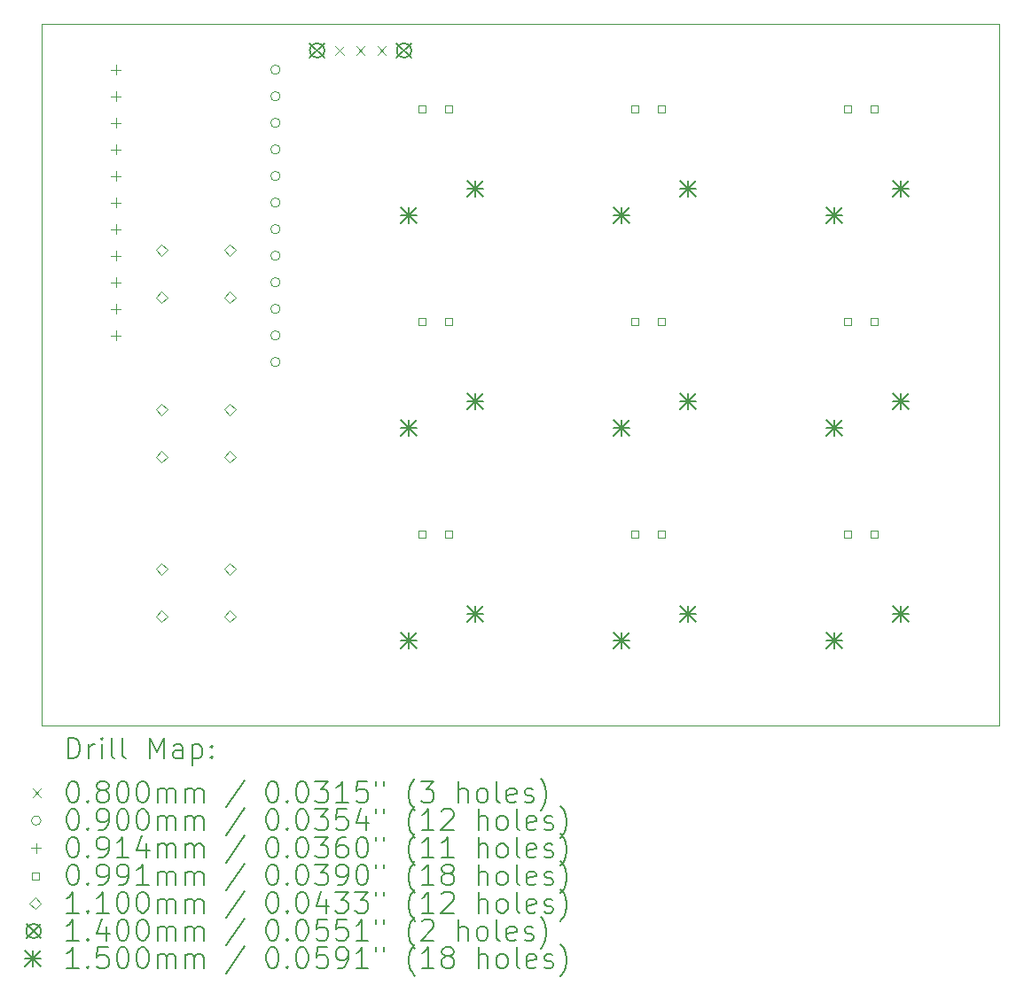
<source format=gbr>
%TF.GenerationSoftware,KiCad,Pcbnew,(6.0.7-1)-1*%
%TF.CreationDate,2022-08-28T23:25:30-04:00*%
%TF.ProjectId,Macro_Keyboard,4d616372-6f5f-44b6-9579-626f6172642e,1*%
%TF.SameCoordinates,Original*%
%TF.FileFunction,Drillmap*%
%TF.FilePolarity,Positive*%
%FSLAX45Y45*%
G04 Gerber Fmt 4.5, Leading zero omitted, Abs format (unit mm)*
G04 Created by KiCad (PCBNEW (6.0.7-1)-1) date 2022-08-28 23:25:30*
%MOMM*%
%LPD*%
G01*
G04 APERTURE LIST*
%ADD10C,0.100000*%
%ADD11C,0.200000*%
%ADD12C,0.080000*%
%ADD13C,0.090000*%
%ADD14C,0.091440*%
%ADD15C,0.099060*%
%ADD16C,0.110000*%
%ADD17C,0.140000*%
%ADD18C,0.150000*%
G04 APERTURE END LIST*
D10*
X3606800Y-2235200D02*
X12750800Y-2235200D01*
X12750800Y-2235200D02*
X12750800Y-8940800D01*
X12750800Y-8940800D02*
X3606800Y-8940800D01*
X3606800Y-8940800D02*
X3606800Y-2235200D01*
D11*
D12*
X6414800Y-2449200D02*
X6494800Y-2529200D01*
X6494800Y-2449200D02*
X6414800Y-2529200D01*
X6614800Y-2449200D02*
X6694800Y-2529200D01*
X6694800Y-2449200D02*
X6614800Y-2529200D01*
X6814800Y-2449200D02*
X6894800Y-2529200D01*
X6894800Y-2449200D02*
X6814800Y-2529200D01*
D13*
X5887000Y-2673364D02*
G75*
G03*
X5887000Y-2673364I-45000J0D01*
G01*
X5887000Y-2927364D02*
G75*
G03*
X5887000Y-2927364I-45000J0D01*
G01*
X5887000Y-3181364D02*
G75*
G03*
X5887000Y-3181364I-45000J0D01*
G01*
X5887000Y-3435364D02*
G75*
G03*
X5887000Y-3435364I-45000J0D01*
G01*
X5887000Y-3689364D02*
G75*
G03*
X5887000Y-3689364I-45000J0D01*
G01*
X5887000Y-3943364D02*
G75*
G03*
X5887000Y-3943364I-45000J0D01*
G01*
X5887000Y-4197364D02*
G75*
G03*
X5887000Y-4197364I-45000J0D01*
G01*
X5887000Y-4451364D02*
G75*
G03*
X5887000Y-4451364I-45000J0D01*
G01*
X5887000Y-4705364D02*
G75*
G03*
X5887000Y-4705364I-45000J0D01*
G01*
X5887000Y-4959364D02*
G75*
G03*
X5887000Y-4959364I-45000J0D01*
G01*
X5887000Y-5213364D02*
G75*
G03*
X5887000Y-5213364I-45000J0D01*
G01*
X5887000Y-5467364D02*
G75*
G03*
X5887000Y-5467364I-45000J0D01*
G01*
D14*
X4318000Y-2627644D02*
X4318000Y-2719084D01*
X4272280Y-2673364D02*
X4363720Y-2673364D01*
X4318000Y-2881644D02*
X4318000Y-2973084D01*
X4272280Y-2927364D02*
X4363720Y-2927364D01*
X4318000Y-3135644D02*
X4318000Y-3227084D01*
X4272280Y-3181364D02*
X4363720Y-3181364D01*
X4318000Y-3389644D02*
X4318000Y-3481084D01*
X4272280Y-3435364D02*
X4363720Y-3435364D01*
X4318000Y-3643644D02*
X4318000Y-3735084D01*
X4272280Y-3689364D02*
X4363720Y-3689364D01*
X4318000Y-3897644D02*
X4318000Y-3989084D01*
X4272280Y-3943364D02*
X4363720Y-3943364D01*
X4318000Y-4151644D02*
X4318000Y-4243084D01*
X4272280Y-4197364D02*
X4363720Y-4197364D01*
X4318000Y-4405644D02*
X4318000Y-4497084D01*
X4272280Y-4451364D02*
X4363720Y-4451364D01*
X4318000Y-4659644D02*
X4318000Y-4751084D01*
X4272280Y-4705364D02*
X4363720Y-4705364D01*
X4318000Y-4913644D02*
X4318000Y-5005084D01*
X4272280Y-4959364D02*
X4363720Y-4959364D01*
X4318000Y-5167644D02*
X4318000Y-5259084D01*
X4272280Y-5213364D02*
X4363720Y-5213364D01*
D15*
X7274023Y-3083023D02*
X7274023Y-3012977D01*
X7203977Y-3012977D01*
X7203977Y-3083023D01*
X7274023Y-3083023D01*
X7274023Y-5115023D02*
X7274023Y-5044977D01*
X7203977Y-5044977D01*
X7203977Y-5115023D01*
X7274023Y-5115023D01*
X7274023Y-7147023D02*
X7274023Y-7076977D01*
X7203977Y-7076977D01*
X7203977Y-7147023D01*
X7274023Y-7147023D01*
X7528023Y-3083023D02*
X7528023Y-3012977D01*
X7457977Y-3012977D01*
X7457977Y-3083023D01*
X7528023Y-3083023D01*
X7528023Y-5115023D02*
X7528023Y-5044977D01*
X7457977Y-5044977D01*
X7457977Y-5115023D01*
X7528023Y-5115023D01*
X7528023Y-7147023D02*
X7528023Y-7076977D01*
X7457977Y-7076977D01*
X7457977Y-7147023D01*
X7528023Y-7147023D01*
X9306023Y-3083023D02*
X9306023Y-3012977D01*
X9235977Y-3012977D01*
X9235977Y-3083023D01*
X9306023Y-3083023D01*
X9306023Y-5115023D02*
X9306023Y-5044977D01*
X9235977Y-5044977D01*
X9235977Y-5115023D01*
X9306023Y-5115023D01*
X9306023Y-7147023D02*
X9306023Y-7076977D01*
X9235977Y-7076977D01*
X9235977Y-7147023D01*
X9306023Y-7147023D01*
X9560023Y-3083023D02*
X9560023Y-3012977D01*
X9489977Y-3012977D01*
X9489977Y-3083023D01*
X9560023Y-3083023D01*
X9560023Y-5115023D02*
X9560023Y-5044977D01*
X9489977Y-5044977D01*
X9489977Y-5115023D01*
X9560023Y-5115023D01*
X9560023Y-7147023D02*
X9560023Y-7076977D01*
X9489977Y-7076977D01*
X9489977Y-7147023D01*
X9560023Y-7147023D01*
X11338023Y-3083023D02*
X11338023Y-3012977D01*
X11267977Y-3012977D01*
X11267977Y-3083023D01*
X11338023Y-3083023D01*
X11338023Y-5115023D02*
X11338023Y-5044977D01*
X11267977Y-5044977D01*
X11267977Y-5115023D01*
X11338023Y-5115023D01*
X11338023Y-7147023D02*
X11338023Y-7076977D01*
X11267977Y-7076977D01*
X11267977Y-7147023D01*
X11338023Y-7147023D01*
X11592023Y-3083023D02*
X11592023Y-3012977D01*
X11521977Y-3012977D01*
X11521977Y-3083023D01*
X11592023Y-3083023D01*
X11592023Y-5115023D02*
X11592023Y-5044977D01*
X11521977Y-5044977D01*
X11521977Y-5115023D01*
X11592023Y-5115023D01*
X11592023Y-7147023D02*
X11592023Y-7076977D01*
X11521977Y-7076977D01*
X11521977Y-7147023D01*
X11592023Y-7147023D01*
D16*
X4755000Y-4452800D02*
X4810000Y-4397800D01*
X4755000Y-4342800D01*
X4700000Y-4397800D01*
X4755000Y-4452800D01*
X4755000Y-4902800D02*
X4810000Y-4847800D01*
X4755000Y-4792800D01*
X4700000Y-4847800D01*
X4755000Y-4902800D01*
X4755000Y-5976800D02*
X4810000Y-5921800D01*
X4755000Y-5866800D01*
X4700000Y-5921800D01*
X4755000Y-5976800D01*
X4755000Y-6426800D02*
X4810000Y-6371800D01*
X4755000Y-6316800D01*
X4700000Y-6371800D01*
X4755000Y-6426800D01*
X4755000Y-7500800D02*
X4810000Y-7445800D01*
X4755000Y-7390800D01*
X4700000Y-7445800D01*
X4755000Y-7500800D01*
X4755000Y-7950800D02*
X4810000Y-7895800D01*
X4755000Y-7840800D01*
X4700000Y-7895800D01*
X4755000Y-7950800D01*
X5405000Y-4452800D02*
X5460000Y-4397800D01*
X5405000Y-4342800D01*
X5350000Y-4397800D01*
X5405000Y-4452800D01*
X5405000Y-4902800D02*
X5460000Y-4847800D01*
X5405000Y-4792800D01*
X5350000Y-4847800D01*
X5405000Y-4902800D01*
X5405000Y-5976800D02*
X5460000Y-5921800D01*
X5405000Y-5866800D01*
X5350000Y-5921800D01*
X5405000Y-5976800D01*
X5405000Y-6426800D02*
X5460000Y-6371800D01*
X5405000Y-6316800D01*
X5350000Y-6371800D01*
X5405000Y-6426800D01*
X5405000Y-7500800D02*
X5460000Y-7445800D01*
X5405000Y-7390800D01*
X5350000Y-7445800D01*
X5405000Y-7500800D01*
X5405000Y-7950800D02*
X5460000Y-7895800D01*
X5405000Y-7840800D01*
X5350000Y-7895800D01*
X5405000Y-7950800D01*
D17*
X6169800Y-2419200D02*
X6309800Y-2559200D01*
X6309800Y-2419200D02*
X6169800Y-2559200D01*
X6309800Y-2489200D02*
G75*
G03*
X6309800Y-2489200I-70000J0D01*
G01*
X6999800Y-2419200D02*
X7139800Y-2559200D01*
X7139800Y-2419200D02*
X6999800Y-2559200D01*
X7139800Y-2489200D02*
G75*
G03*
X7139800Y-2489200I-70000J0D01*
G01*
D18*
X7037000Y-3989000D02*
X7187000Y-4139000D01*
X7187000Y-3989000D02*
X7037000Y-4139000D01*
X7112000Y-3989000D02*
X7112000Y-4139000D01*
X7037000Y-4064000D02*
X7187000Y-4064000D01*
X7037000Y-6021000D02*
X7187000Y-6171000D01*
X7187000Y-6021000D02*
X7037000Y-6171000D01*
X7112000Y-6021000D02*
X7112000Y-6171000D01*
X7037000Y-6096000D02*
X7187000Y-6096000D01*
X7037000Y-8053000D02*
X7187000Y-8203000D01*
X7187000Y-8053000D02*
X7037000Y-8203000D01*
X7112000Y-8053000D02*
X7112000Y-8203000D01*
X7037000Y-8128000D02*
X7187000Y-8128000D01*
X7672000Y-3735000D02*
X7822000Y-3885000D01*
X7822000Y-3735000D02*
X7672000Y-3885000D01*
X7747000Y-3735000D02*
X7747000Y-3885000D01*
X7672000Y-3810000D02*
X7822000Y-3810000D01*
X7672000Y-5767000D02*
X7822000Y-5917000D01*
X7822000Y-5767000D02*
X7672000Y-5917000D01*
X7747000Y-5767000D02*
X7747000Y-5917000D01*
X7672000Y-5842000D02*
X7822000Y-5842000D01*
X7672000Y-7799000D02*
X7822000Y-7949000D01*
X7822000Y-7799000D02*
X7672000Y-7949000D01*
X7747000Y-7799000D02*
X7747000Y-7949000D01*
X7672000Y-7874000D02*
X7822000Y-7874000D01*
X9069000Y-3989000D02*
X9219000Y-4139000D01*
X9219000Y-3989000D02*
X9069000Y-4139000D01*
X9144000Y-3989000D02*
X9144000Y-4139000D01*
X9069000Y-4064000D02*
X9219000Y-4064000D01*
X9069000Y-6021000D02*
X9219000Y-6171000D01*
X9219000Y-6021000D02*
X9069000Y-6171000D01*
X9144000Y-6021000D02*
X9144000Y-6171000D01*
X9069000Y-6096000D02*
X9219000Y-6096000D01*
X9069000Y-8053000D02*
X9219000Y-8203000D01*
X9219000Y-8053000D02*
X9069000Y-8203000D01*
X9144000Y-8053000D02*
X9144000Y-8203000D01*
X9069000Y-8128000D02*
X9219000Y-8128000D01*
X9704000Y-3735000D02*
X9854000Y-3885000D01*
X9854000Y-3735000D02*
X9704000Y-3885000D01*
X9779000Y-3735000D02*
X9779000Y-3885000D01*
X9704000Y-3810000D02*
X9854000Y-3810000D01*
X9704000Y-5767000D02*
X9854000Y-5917000D01*
X9854000Y-5767000D02*
X9704000Y-5917000D01*
X9779000Y-5767000D02*
X9779000Y-5917000D01*
X9704000Y-5842000D02*
X9854000Y-5842000D01*
X9704000Y-7799000D02*
X9854000Y-7949000D01*
X9854000Y-7799000D02*
X9704000Y-7949000D01*
X9779000Y-7799000D02*
X9779000Y-7949000D01*
X9704000Y-7874000D02*
X9854000Y-7874000D01*
X11101000Y-3989000D02*
X11251000Y-4139000D01*
X11251000Y-3989000D02*
X11101000Y-4139000D01*
X11176000Y-3989000D02*
X11176000Y-4139000D01*
X11101000Y-4064000D02*
X11251000Y-4064000D01*
X11101000Y-6021000D02*
X11251000Y-6171000D01*
X11251000Y-6021000D02*
X11101000Y-6171000D01*
X11176000Y-6021000D02*
X11176000Y-6171000D01*
X11101000Y-6096000D02*
X11251000Y-6096000D01*
X11101000Y-8053000D02*
X11251000Y-8203000D01*
X11251000Y-8053000D02*
X11101000Y-8203000D01*
X11176000Y-8053000D02*
X11176000Y-8203000D01*
X11101000Y-8128000D02*
X11251000Y-8128000D01*
X11736000Y-3735000D02*
X11886000Y-3885000D01*
X11886000Y-3735000D02*
X11736000Y-3885000D01*
X11811000Y-3735000D02*
X11811000Y-3885000D01*
X11736000Y-3810000D02*
X11886000Y-3810000D01*
X11736000Y-5767000D02*
X11886000Y-5917000D01*
X11886000Y-5767000D02*
X11736000Y-5917000D01*
X11811000Y-5767000D02*
X11811000Y-5917000D01*
X11736000Y-5842000D02*
X11886000Y-5842000D01*
X11736000Y-7799000D02*
X11886000Y-7949000D01*
X11886000Y-7799000D02*
X11736000Y-7949000D01*
X11811000Y-7799000D02*
X11811000Y-7949000D01*
X11736000Y-7874000D02*
X11886000Y-7874000D01*
D11*
X3859419Y-9256276D02*
X3859419Y-9056276D01*
X3907038Y-9056276D01*
X3935609Y-9065800D01*
X3954657Y-9084848D01*
X3964181Y-9103895D01*
X3973705Y-9141990D01*
X3973705Y-9170562D01*
X3964181Y-9208657D01*
X3954657Y-9227705D01*
X3935609Y-9246752D01*
X3907038Y-9256276D01*
X3859419Y-9256276D01*
X4059419Y-9256276D02*
X4059419Y-9122943D01*
X4059419Y-9161038D02*
X4068943Y-9141990D01*
X4078467Y-9132467D01*
X4097514Y-9122943D01*
X4116562Y-9122943D01*
X4183228Y-9256276D02*
X4183228Y-9122943D01*
X4183228Y-9056276D02*
X4173705Y-9065800D01*
X4183228Y-9075324D01*
X4192752Y-9065800D01*
X4183228Y-9056276D01*
X4183228Y-9075324D01*
X4307038Y-9256276D02*
X4287990Y-9246752D01*
X4278467Y-9227705D01*
X4278467Y-9056276D01*
X4411800Y-9256276D02*
X4392752Y-9246752D01*
X4383229Y-9227705D01*
X4383229Y-9056276D01*
X4640371Y-9256276D02*
X4640371Y-9056276D01*
X4707038Y-9199133D01*
X4773705Y-9056276D01*
X4773705Y-9256276D01*
X4954657Y-9256276D02*
X4954657Y-9151514D01*
X4945133Y-9132467D01*
X4926086Y-9122943D01*
X4887990Y-9122943D01*
X4868943Y-9132467D01*
X4954657Y-9246752D02*
X4935610Y-9256276D01*
X4887990Y-9256276D01*
X4868943Y-9246752D01*
X4859419Y-9227705D01*
X4859419Y-9208657D01*
X4868943Y-9189610D01*
X4887990Y-9180086D01*
X4935610Y-9180086D01*
X4954657Y-9170562D01*
X5049895Y-9122943D02*
X5049895Y-9322943D01*
X5049895Y-9132467D02*
X5068943Y-9122943D01*
X5107038Y-9122943D01*
X5126086Y-9132467D01*
X5135610Y-9141990D01*
X5145133Y-9161038D01*
X5145133Y-9218181D01*
X5135610Y-9237229D01*
X5126086Y-9246752D01*
X5107038Y-9256276D01*
X5068943Y-9256276D01*
X5049895Y-9246752D01*
X5230848Y-9237229D02*
X5240371Y-9246752D01*
X5230848Y-9256276D01*
X5221324Y-9246752D01*
X5230848Y-9237229D01*
X5230848Y-9256276D01*
X5230848Y-9132467D02*
X5240371Y-9141990D01*
X5230848Y-9151514D01*
X5221324Y-9141990D01*
X5230848Y-9132467D01*
X5230848Y-9151514D01*
D12*
X3521800Y-9545800D02*
X3601800Y-9625800D01*
X3601800Y-9545800D02*
X3521800Y-9625800D01*
D11*
X3897514Y-9476276D02*
X3916562Y-9476276D01*
X3935609Y-9485800D01*
X3945133Y-9495324D01*
X3954657Y-9514371D01*
X3964181Y-9552467D01*
X3964181Y-9600086D01*
X3954657Y-9638181D01*
X3945133Y-9657229D01*
X3935609Y-9666752D01*
X3916562Y-9676276D01*
X3897514Y-9676276D01*
X3878467Y-9666752D01*
X3868943Y-9657229D01*
X3859419Y-9638181D01*
X3849895Y-9600086D01*
X3849895Y-9552467D01*
X3859419Y-9514371D01*
X3868943Y-9495324D01*
X3878467Y-9485800D01*
X3897514Y-9476276D01*
X4049895Y-9657229D02*
X4059419Y-9666752D01*
X4049895Y-9676276D01*
X4040371Y-9666752D01*
X4049895Y-9657229D01*
X4049895Y-9676276D01*
X4173705Y-9561990D02*
X4154657Y-9552467D01*
X4145133Y-9542943D01*
X4135609Y-9523895D01*
X4135609Y-9514371D01*
X4145133Y-9495324D01*
X4154657Y-9485800D01*
X4173705Y-9476276D01*
X4211800Y-9476276D01*
X4230848Y-9485800D01*
X4240371Y-9495324D01*
X4249895Y-9514371D01*
X4249895Y-9523895D01*
X4240371Y-9542943D01*
X4230848Y-9552467D01*
X4211800Y-9561990D01*
X4173705Y-9561990D01*
X4154657Y-9571514D01*
X4145133Y-9581038D01*
X4135609Y-9600086D01*
X4135609Y-9638181D01*
X4145133Y-9657229D01*
X4154657Y-9666752D01*
X4173705Y-9676276D01*
X4211800Y-9676276D01*
X4230848Y-9666752D01*
X4240371Y-9657229D01*
X4249895Y-9638181D01*
X4249895Y-9600086D01*
X4240371Y-9581038D01*
X4230848Y-9571514D01*
X4211800Y-9561990D01*
X4373705Y-9476276D02*
X4392752Y-9476276D01*
X4411800Y-9485800D01*
X4421324Y-9495324D01*
X4430848Y-9514371D01*
X4440371Y-9552467D01*
X4440371Y-9600086D01*
X4430848Y-9638181D01*
X4421324Y-9657229D01*
X4411800Y-9666752D01*
X4392752Y-9676276D01*
X4373705Y-9676276D01*
X4354657Y-9666752D01*
X4345133Y-9657229D01*
X4335610Y-9638181D01*
X4326086Y-9600086D01*
X4326086Y-9552467D01*
X4335610Y-9514371D01*
X4345133Y-9495324D01*
X4354657Y-9485800D01*
X4373705Y-9476276D01*
X4564181Y-9476276D02*
X4583229Y-9476276D01*
X4602276Y-9485800D01*
X4611800Y-9495324D01*
X4621324Y-9514371D01*
X4630848Y-9552467D01*
X4630848Y-9600086D01*
X4621324Y-9638181D01*
X4611800Y-9657229D01*
X4602276Y-9666752D01*
X4583229Y-9676276D01*
X4564181Y-9676276D01*
X4545133Y-9666752D01*
X4535610Y-9657229D01*
X4526086Y-9638181D01*
X4516562Y-9600086D01*
X4516562Y-9552467D01*
X4526086Y-9514371D01*
X4535610Y-9495324D01*
X4545133Y-9485800D01*
X4564181Y-9476276D01*
X4716562Y-9676276D02*
X4716562Y-9542943D01*
X4716562Y-9561990D02*
X4726086Y-9552467D01*
X4745133Y-9542943D01*
X4773705Y-9542943D01*
X4792752Y-9552467D01*
X4802276Y-9571514D01*
X4802276Y-9676276D01*
X4802276Y-9571514D02*
X4811800Y-9552467D01*
X4830848Y-9542943D01*
X4859419Y-9542943D01*
X4878467Y-9552467D01*
X4887990Y-9571514D01*
X4887990Y-9676276D01*
X4983229Y-9676276D02*
X4983229Y-9542943D01*
X4983229Y-9561990D02*
X4992752Y-9552467D01*
X5011800Y-9542943D01*
X5040371Y-9542943D01*
X5059419Y-9552467D01*
X5068943Y-9571514D01*
X5068943Y-9676276D01*
X5068943Y-9571514D02*
X5078467Y-9552467D01*
X5097514Y-9542943D01*
X5126086Y-9542943D01*
X5145133Y-9552467D01*
X5154657Y-9571514D01*
X5154657Y-9676276D01*
X5545133Y-9466752D02*
X5373705Y-9723895D01*
X5802276Y-9476276D02*
X5821324Y-9476276D01*
X5840371Y-9485800D01*
X5849895Y-9495324D01*
X5859419Y-9514371D01*
X5868943Y-9552467D01*
X5868943Y-9600086D01*
X5859419Y-9638181D01*
X5849895Y-9657229D01*
X5840371Y-9666752D01*
X5821324Y-9676276D01*
X5802276Y-9676276D01*
X5783228Y-9666752D01*
X5773705Y-9657229D01*
X5764181Y-9638181D01*
X5754657Y-9600086D01*
X5754657Y-9552467D01*
X5764181Y-9514371D01*
X5773705Y-9495324D01*
X5783228Y-9485800D01*
X5802276Y-9476276D01*
X5954657Y-9657229D02*
X5964181Y-9666752D01*
X5954657Y-9676276D01*
X5945133Y-9666752D01*
X5954657Y-9657229D01*
X5954657Y-9676276D01*
X6087990Y-9476276D02*
X6107038Y-9476276D01*
X6126086Y-9485800D01*
X6135609Y-9495324D01*
X6145133Y-9514371D01*
X6154657Y-9552467D01*
X6154657Y-9600086D01*
X6145133Y-9638181D01*
X6135609Y-9657229D01*
X6126086Y-9666752D01*
X6107038Y-9676276D01*
X6087990Y-9676276D01*
X6068943Y-9666752D01*
X6059419Y-9657229D01*
X6049895Y-9638181D01*
X6040371Y-9600086D01*
X6040371Y-9552467D01*
X6049895Y-9514371D01*
X6059419Y-9495324D01*
X6068943Y-9485800D01*
X6087990Y-9476276D01*
X6221324Y-9476276D02*
X6345133Y-9476276D01*
X6278467Y-9552467D01*
X6307038Y-9552467D01*
X6326086Y-9561990D01*
X6335609Y-9571514D01*
X6345133Y-9590562D01*
X6345133Y-9638181D01*
X6335609Y-9657229D01*
X6326086Y-9666752D01*
X6307038Y-9676276D01*
X6249895Y-9676276D01*
X6230848Y-9666752D01*
X6221324Y-9657229D01*
X6535609Y-9676276D02*
X6421324Y-9676276D01*
X6478467Y-9676276D02*
X6478467Y-9476276D01*
X6459419Y-9504848D01*
X6440371Y-9523895D01*
X6421324Y-9533419D01*
X6716562Y-9476276D02*
X6621324Y-9476276D01*
X6611800Y-9571514D01*
X6621324Y-9561990D01*
X6640371Y-9552467D01*
X6687990Y-9552467D01*
X6707038Y-9561990D01*
X6716562Y-9571514D01*
X6726086Y-9590562D01*
X6726086Y-9638181D01*
X6716562Y-9657229D01*
X6707038Y-9666752D01*
X6687990Y-9676276D01*
X6640371Y-9676276D01*
X6621324Y-9666752D01*
X6611800Y-9657229D01*
X6802276Y-9476276D02*
X6802276Y-9514371D01*
X6878467Y-9476276D02*
X6878467Y-9514371D01*
X7173705Y-9752467D02*
X7164181Y-9742943D01*
X7145133Y-9714371D01*
X7135609Y-9695324D01*
X7126086Y-9666752D01*
X7116562Y-9619133D01*
X7116562Y-9581038D01*
X7126086Y-9533419D01*
X7135609Y-9504848D01*
X7145133Y-9485800D01*
X7164181Y-9457229D01*
X7173705Y-9447705D01*
X7230848Y-9476276D02*
X7354657Y-9476276D01*
X7287990Y-9552467D01*
X7316562Y-9552467D01*
X7335609Y-9561990D01*
X7345133Y-9571514D01*
X7354657Y-9590562D01*
X7354657Y-9638181D01*
X7345133Y-9657229D01*
X7335609Y-9666752D01*
X7316562Y-9676276D01*
X7259419Y-9676276D01*
X7240371Y-9666752D01*
X7230848Y-9657229D01*
X7592752Y-9676276D02*
X7592752Y-9476276D01*
X7678467Y-9676276D02*
X7678467Y-9571514D01*
X7668943Y-9552467D01*
X7649895Y-9542943D01*
X7621324Y-9542943D01*
X7602276Y-9552467D01*
X7592752Y-9561990D01*
X7802276Y-9676276D02*
X7783228Y-9666752D01*
X7773705Y-9657229D01*
X7764181Y-9638181D01*
X7764181Y-9581038D01*
X7773705Y-9561990D01*
X7783228Y-9552467D01*
X7802276Y-9542943D01*
X7830848Y-9542943D01*
X7849895Y-9552467D01*
X7859419Y-9561990D01*
X7868943Y-9581038D01*
X7868943Y-9638181D01*
X7859419Y-9657229D01*
X7849895Y-9666752D01*
X7830848Y-9676276D01*
X7802276Y-9676276D01*
X7983228Y-9676276D02*
X7964181Y-9666752D01*
X7954657Y-9647705D01*
X7954657Y-9476276D01*
X8135609Y-9666752D02*
X8116562Y-9676276D01*
X8078467Y-9676276D01*
X8059419Y-9666752D01*
X8049895Y-9647705D01*
X8049895Y-9571514D01*
X8059419Y-9552467D01*
X8078467Y-9542943D01*
X8116562Y-9542943D01*
X8135609Y-9552467D01*
X8145133Y-9571514D01*
X8145133Y-9590562D01*
X8049895Y-9609610D01*
X8221324Y-9666752D02*
X8240371Y-9676276D01*
X8278467Y-9676276D01*
X8297514Y-9666752D01*
X8307038Y-9647705D01*
X8307038Y-9638181D01*
X8297514Y-9619133D01*
X8278467Y-9609610D01*
X8249895Y-9609610D01*
X8230848Y-9600086D01*
X8221324Y-9581038D01*
X8221324Y-9571514D01*
X8230848Y-9552467D01*
X8249895Y-9542943D01*
X8278467Y-9542943D01*
X8297514Y-9552467D01*
X8373705Y-9752467D02*
X8383228Y-9742943D01*
X8402276Y-9714371D01*
X8411800Y-9695324D01*
X8421324Y-9666752D01*
X8430848Y-9619133D01*
X8430848Y-9581038D01*
X8421324Y-9533419D01*
X8411800Y-9504848D01*
X8402276Y-9485800D01*
X8383228Y-9457229D01*
X8373705Y-9447705D01*
D13*
X3601800Y-9849800D02*
G75*
G03*
X3601800Y-9849800I-45000J0D01*
G01*
D11*
X3897514Y-9740276D02*
X3916562Y-9740276D01*
X3935609Y-9749800D01*
X3945133Y-9759324D01*
X3954657Y-9778371D01*
X3964181Y-9816467D01*
X3964181Y-9864086D01*
X3954657Y-9902181D01*
X3945133Y-9921229D01*
X3935609Y-9930752D01*
X3916562Y-9940276D01*
X3897514Y-9940276D01*
X3878467Y-9930752D01*
X3868943Y-9921229D01*
X3859419Y-9902181D01*
X3849895Y-9864086D01*
X3849895Y-9816467D01*
X3859419Y-9778371D01*
X3868943Y-9759324D01*
X3878467Y-9749800D01*
X3897514Y-9740276D01*
X4049895Y-9921229D02*
X4059419Y-9930752D01*
X4049895Y-9940276D01*
X4040371Y-9930752D01*
X4049895Y-9921229D01*
X4049895Y-9940276D01*
X4154657Y-9940276D02*
X4192752Y-9940276D01*
X4211800Y-9930752D01*
X4221324Y-9921229D01*
X4240371Y-9892657D01*
X4249895Y-9854562D01*
X4249895Y-9778371D01*
X4240371Y-9759324D01*
X4230848Y-9749800D01*
X4211800Y-9740276D01*
X4173705Y-9740276D01*
X4154657Y-9749800D01*
X4145133Y-9759324D01*
X4135609Y-9778371D01*
X4135609Y-9825990D01*
X4145133Y-9845038D01*
X4154657Y-9854562D01*
X4173705Y-9864086D01*
X4211800Y-9864086D01*
X4230848Y-9854562D01*
X4240371Y-9845038D01*
X4249895Y-9825990D01*
X4373705Y-9740276D02*
X4392752Y-9740276D01*
X4411800Y-9749800D01*
X4421324Y-9759324D01*
X4430848Y-9778371D01*
X4440371Y-9816467D01*
X4440371Y-9864086D01*
X4430848Y-9902181D01*
X4421324Y-9921229D01*
X4411800Y-9930752D01*
X4392752Y-9940276D01*
X4373705Y-9940276D01*
X4354657Y-9930752D01*
X4345133Y-9921229D01*
X4335610Y-9902181D01*
X4326086Y-9864086D01*
X4326086Y-9816467D01*
X4335610Y-9778371D01*
X4345133Y-9759324D01*
X4354657Y-9749800D01*
X4373705Y-9740276D01*
X4564181Y-9740276D02*
X4583229Y-9740276D01*
X4602276Y-9749800D01*
X4611800Y-9759324D01*
X4621324Y-9778371D01*
X4630848Y-9816467D01*
X4630848Y-9864086D01*
X4621324Y-9902181D01*
X4611800Y-9921229D01*
X4602276Y-9930752D01*
X4583229Y-9940276D01*
X4564181Y-9940276D01*
X4545133Y-9930752D01*
X4535610Y-9921229D01*
X4526086Y-9902181D01*
X4516562Y-9864086D01*
X4516562Y-9816467D01*
X4526086Y-9778371D01*
X4535610Y-9759324D01*
X4545133Y-9749800D01*
X4564181Y-9740276D01*
X4716562Y-9940276D02*
X4716562Y-9806943D01*
X4716562Y-9825990D02*
X4726086Y-9816467D01*
X4745133Y-9806943D01*
X4773705Y-9806943D01*
X4792752Y-9816467D01*
X4802276Y-9835514D01*
X4802276Y-9940276D01*
X4802276Y-9835514D02*
X4811800Y-9816467D01*
X4830848Y-9806943D01*
X4859419Y-9806943D01*
X4878467Y-9816467D01*
X4887990Y-9835514D01*
X4887990Y-9940276D01*
X4983229Y-9940276D02*
X4983229Y-9806943D01*
X4983229Y-9825990D02*
X4992752Y-9816467D01*
X5011800Y-9806943D01*
X5040371Y-9806943D01*
X5059419Y-9816467D01*
X5068943Y-9835514D01*
X5068943Y-9940276D01*
X5068943Y-9835514D02*
X5078467Y-9816467D01*
X5097514Y-9806943D01*
X5126086Y-9806943D01*
X5145133Y-9816467D01*
X5154657Y-9835514D01*
X5154657Y-9940276D01*
X5545133Y-9730752D02*
X5373705Y-9987895D01*
X5802276Y-9740276D02*
X5821324Y-9740276D01*
X5840371Y-9749800D01*
X5849895Y-9759324D01*
X5859419Y-9778371D01*
X5868943Y-9816467D01*
X5868943Y-9864086D01*
X5859419Y-9902181D01*
X5849895Y-9921229D01*
X5840371Y-9930752D01*
X5821324Y-9940276D01*
X5802276Y-9940276D01*
X5783228Y-9930752D01*
X5773705Y-9921229D01*
X5764181Y-9902181D01*
X5754657Y-9864086D01*
X5754657Y-9816467D01*
X5764181Y-9778371D01*
X5773705Y-9759324D01*
X5783228Y-9749800D01*
X5802276Y-9740276D01*
X5954657Y-9921229D02*
X5964181Y-9930752D01*
X5954657Y-9940276D01*
X5945133Y-9930752D01*
X5954657Y-9921229D01*
X5954657Y-9940276D01*
X6087990Y-9740276D02*
X6107038Y-9740276D01*
X6126086Y-9749800D01*
X6135609Y-9759324D01*
X6145133Y-9778371D01*
X6154657Y-9816467D01*
X6154657Y-9864086D01*
X6145133Y-9902181D01*
X6135609Y-9921229D01*
X6126086Y-9930752D01*
X6107038Y-9940276D01*
X6087990Y-9940276D01*
X6068943Y-9930752D01*
X6059419Y-9921229D01*
X6049895Y-9902181D01*
X6040371Y-9864086D01*
X6040371Y-9816467D01*
X6049895Y-9778371D01*
X6059419Y-9759324D01*
X6068943Y-9749800D01*
X6087990Y-9740276D01*
X6221324Y-9740276D02*
X6345133Y-9740276D01*
X6278467Y-9816467D01*
X6307038Y-9816467D01*
X6326086Y-9825990D01*
X6335609Y-9835514D01*
X6345133Y-9854562D01*
X6345133Y-9902181D01*
X6335609Y-9921229D01*
X6326086Y-9930752D01*
X6307038Y-9940276D01*
X6249895Y-9940276D01*
X6230848Y-9930752D01*
X6221324Y-9921229D01*
X6526086Y-9740276D02*
X6430848Y-9740276D01*
X6421324Y-9835514D01*
X6430848Y-9825990D01*
X6449895Y-9816467D01*
X6497514Y-9816467D01*
X6516562Y-9825990D01*
X6526086Y-9835514D01*
X6535609Y-9854562D01*
X6535609Y-9902181D01*
X6526086Y-9921229D01*
X6516562Y-9930752D01*
X6497514Y-9940276D01*
X6449895Y-9940276D01*
X6430848Y-9930752D01*
X6421324Y-9921229D01*
X6707038Y-9806943D02*
X6707038Y-9940276D01*
X6659419Y-9730752D02*
X6611800Y-9873610D01*
X6735609Y-9873610D01*
X6802276Y-9740276D02*
X6802276Y-9778371D01*
X6878467Y-9740276D02*
X6878467Y-9778371D01*
X7173705Y-10016467D02*
X7164181Y-10006943D01*
X7145133Y-9978371D01*
X7135609Y-9959324D01*
X7126086Y-9930752D01*
X7116562Y-9883133D01*
X7116562Y-9845038D01*
X7126086Y-9797419D01*
X7135609Y-9768848D01*
X7145133Y-9749800D01*
X7164181Y-9721229D01*
X7173705Y-9711705D01*
X7354657Y-9940276D02*
X7240371Y-9940276D01*
X7297514Y-9940276D02*
X7297514Y-9740276D01*
X7278467Y-9768848D01*
X7259419Y-9787895D01*
X7240371Y-9797419D01*
X7430848Y-9759324D02*
X7440371Y-9749800D01*
X7459419Y-9740276D01*
X7507038Y-9740276D01*
X7526086Y-9749800D01*
X7535609Y-9759324D01*
X7545133Y-9778371D01*
X7545133Y-9797419D01*
X7535609Y-9825990D01*
X7421324Y-9940276D01*
X7545133Y-9940276D01*
X7783228Y-9940276D02*
X7783228Y-9740276D01*
X7868943Y-9940276D02*
X7868943Y-9835514D01*
X7859419Y-9816467D01*
X7840371Y-9806943D01*
X7811800Y-9806943D01*
X7792752Y-9816467D01*
X7783228Y-9825990D01*
X7992752Y-9940276D02*
X7973705Y-9930752D01*
X7964181Y-9921229D01*
X7954657Y-9902181D01*
X7954657Y-9845038D01*
X7964181Y-9825990D01*
X7973705Y-9816467D01*
X7992752Y-9806943D01*
X8021324Y-9806943D01*
X8040371Y-9816467D01*
X8049895Y-9825990D01*
X8059419Y-9845038D01*
X8059419Y-9902181D01*
X8049895Y-9921229D01*
X8040371Y-9930752D01*
X8021324Y-9940276D01*
X7992752Y-9940276D01*
X8173705Y-9940276D02*
X8154657Y-9930752D01*
X8145133Y-9911705D01*
X8145133Y-9740276D01*
X8326086Y-9930752D02*
X8307038Y-9940276D01*
X8268943Y-9940276D01*
X8249895Y-9930752D01*
X8240371Y-9911705D01*
X8240371Y-9835514D01*
X8249895Y-9816467D01*
X8268943Y-9806943D01*
X8307038Y-9806943D01*
X8326086Y-9816467D01*
X8335609Y-9835514D01*
X8335609Y-9854562D01*
X8240371Y-9873610D01*
X8411800Y-9930752D02*
X8430848Y-9940276D01*
X8468943Y-9940276D01*
X8487990Y-9930752D01*
X8497514Y-9911705D01*
X8497514Y-9902181D01*
X8487990Y-9883133D01*
X8468943Y-9873610D01*
X8440371Y-9873610D01*
X8421324Y-9864086D01*
X8411800Y-9845038D01*
X8411800Y-9835514D01*
X8421324Y-9816467D01*
X8440371Y-9806943D01*
X8468943Y-9806943D01*
X8487990Y-9816467D01*
X8564181Y-10016467D02*
X8573705Y-10006943D01*
X8592752Y-9978371D01*
X8602276Y-9959324D01*
X8611800Y-9930752D01*
X8621324Y-9883133D01*
X8621324Y-9845038D01*
X8611800Y-9797419D01*
X8602276Y-9768848D01*
X8592752Y-9749800D01*
X8573705Y-9721229D01*
X8564181Y-9711705D01*
D14*
X3556080Y-10068080D02*
X3556080Y-10159520D01*
X3510360Y-10113800D02*
X3601800Y-10113800D01*
D11*
X3897514Y-10004276D02*
X3916562Y-10004276D01*
X3935609Y-10013800D01*
X3945133Y-10023324D01*
X3954657Y-10042371D01*
X3964181Y-10080467D01*
X3964181Y-10128086D01*
X3954657Y-10166181D01*
X3945133Y-10185229D01*
X3935609Y-10194752D01*
X3916562Y-10204276D01*
X3897514Y-10204276D01*
X3878467Y-10194752D01*
X3868943Y-10185229D01*
X3859419Y-10166181D01*
X3849895Y-10128086D01*
X3849895Y-10080467D01*
X3859419Y-10042371D01*
X3868943Y-10023324D01*
X3878467Y-10013800D01*
X3897514Y-10004276D01*
X4049895Y-10185229D02*
X4059419Y-10194752D01*
X4049895Y-10204276D01*
X4040371Y-10194752D01*
X4049895Y-10185229D01*
X4049895Y-10204276D01*
X4154657Y-10204276D02*
X4192752Y-10204276D01*
X4211800Y-10194752D01*
X4221324Y-10185229D01*
X4240371Y-10156657D01*
X4249895Y-10118562D01*
X4249895Y-10042371D01*
X4240371Y-10023324D01*
X4230848Y-10013800D01*
X4211800Y-10004276D01*
X4173705Y-10004276D01*
X4154657Y-10013800D01*
X4145133Y-10023324D01*
X4135609Y-10042371D01*
X4135609Y-10089990D01*
X4145133Y-10109038D01*
X4154657Y-10118562D01*
X4173705Y-10128086D01*
X4211800Y-10128086D01*
X4230848Y-10118562D01*
X4240371Y-10109038D01*
X4249895Y-10089990D01*
X4440371Y-10204276D02*
X4326086Y-10204276D01*
X4383229Y-10204276D02*
X4383229Y-10004276D01*
X4364181Y-10032848D01*
X4345133Y-10051895D01*
X4326086Y-10061419D01*
X4611800Y-10070943D02*
X4611800Y-10204276D01*
X4564181Y-9994752D02*
X4516562Y-10137610D01*
X4640371Y-10137610D01*
X4716562Y-10204276D02*
X4716562Y-10070943D01*
X4716562Y-10089990D02*
X4726086Y-10080467D01*
X4745133Y-10070943D01*
X4773705Y-10070943D01*
X4792752Y-10080467D01*
X4802276Y-10099514D01*
X4802276Y-10204276D01*
X4802276Y-10099514D02*
X4811800Y-10080467D01*
X4830848Y-10070943D01*
X4859419Y-10070943D01*
X4878467Y-10080467D01*
X4887990Y-10099514D01*
X4887990Y-10204276D01*
X4983229Y-10204276D02*
X4983229Y-10070943D01*
X4983229Y-10089990D02*
X4992752Y-10080467D01*
X5011800Y-10070943D01*
X5040371Y-10070943D01*
X5059419Y-10080467D01*
X5068943Y-10099514D01*
X5068943Y-10204276D01*
X5068943Y-10099514D02*
X5078467Y-10080467D01*
X5097514Y-10070943D01*
X5126086Y-10070943D01*
X5145133Y-10080467D01*
X5154657Y-10099514D01*
X5154657Y-10204276D01*
X5545133Y-9994752D02*
X5373705Y-10251895D01*
X5802276Y-10004276D02*
X5821324Y-10004276D01*
X5840371Y-10013800D01*
X5849895Y-10023324D01*
X5859419Y-10042371D01*
X5868943Y-10080467D01*
X5868943Y-10128086D01*
X5859419Y-10166181D01*
X5849895Y-10185229D01*
X5840371Y-10194752D01*
X5821324Y-10204276D01*
X5802276Y-10204276D01*
X5783228Y-10194752D01*
X5773705Y-10185229D01*
X5764181Y-10166181D01*
X5754657Y-10128086D01*
X5754657Y-10080467D01*
X5764181Y-10042371D01*
X5773705Y-10023324D01*
X5783228Y-10013800D01*
X5802276Y-10004276D01*
X5954657Y-10185229D02*
X5964181Y-10194752D01*
X5954657Y-10204276D01*
X5945133Y-10194752D01*
X5954657Y-10185229D01*
X5954657Y-10204276D01*
X6087990Y-10004276D02*
X6107038Y-10004276D01*
X6126086Y-10013800D01*
X6135609Y-10023324D01*
X6145133Y-10042371D01*
X6154657Y-10080467D01*
X6154657Y-10128086D01*
X6145133Y-10166181D01*
X6135609Y-10185229D01*
X6126086Y-10194752D01*
X6107038Y-10204276D01*
X6087990Y-10204276D01*
X6068943Y-10194752D01*
X6059419Y-10185229D01*
X6049895Y-10166181D01*
X6040371Y-10128086D01*
X6040371Y-10080467D01*
X6049895Y-10042371D01*
X6059419Y-10023324D01*
X6068943Y-10013800D01*
X6087990Y-10004276D01*
X6221324Y-10004276D02*
X6345133Y-10004276D01*
X6278467Y-10080467D01*
X6307038Y-10080467D01*
X6326086Y-10089990D01*
X6335609Y-10099514D01*
X6345133Y-10118562D01*
X6345133Y-10166181D01*
X6335609Y-10185229D01*
X6326086Y-10194752D01*
X6307038Y-10204276D01*
X6249895Y-10204276D01*
X6230848Y-10194752D01*
X6221324Y-10185229D01*
X6516562Y-10004276D02*
X6478467Y-10004276D01*
X6459419Y-10013800D01*
X6449895Y-10023324D01*
X6430848Y-10051895D01*
X6421324Y-10089990D01*
X6421324Y-10166181D01*
X6430848Y-10185229D01*
X6440371Y-10194752D01*
X6459419Y-10204276D01*
X6497514Y-10204276D01*
X6516562Y-10194752D01*
X6526086Y-10185229D01*
X6535609Y-10166181D01*
X6535609Y-10118562D01*
X6526086Y-10099514D01*
X6516562Y-10089990D01*
X6497514Y-10080467D01*
X6459419Y-10080467D01*
X6440371Y-10089990D01*
X6430848Y-10099514D01*
X6421324Y-10118562D01*
X6659419Y-10004276D02*
X6678467Y-10004276D01*
X6697514Y-10013800D01*
X6707038Y-10023324D01*
X6716562Y-10042371D01*
X6726086Y-10080467D01*
X6726086Y-10128086D01*
X6716562Y-10166181D01*
X6707038Y-10185229D01*
X6697514Y-10194752D01*
X6678467Y-10204276D01*
X6659419Y-10204276D01*
X6640371Y-10194752D01*
X6630848Y-10185229D01*
X6621324Y-10166181D01*
X6611800Y-10128086D01*
X6611800Y-10080467D01*
X6621324Y-10042371D01*
X6630848Y-10023324D01*
X6640371Y-10013800D01*
X6659419Y-10004276D01*
X6802276Y-10004276D02*
X6802276Y-10042371D01*
X6878467Y-10004276D02*
X6878467Y-10042371D01*
X7173705Y-10280467D02*
X7164181Y-10270943D01*
X7145133Y-10242371D01*
X7135609Y-10223324D01*
X7126086Y-10194752D01*
X7116562Y-10147133D01*
X7116562Y-10109038D01*
X7126086Y-10061419D01*
X7135609Y-10032848D01*
X7145133Y-10013800D01*
X7164181Y-9985229D01*
X7173705Y-9975705D01*
X7354657Y-10204276D02*
X7240371Y-10204276D01*
X7297514Y-10204276D02*
X7297514Y-10004276D01*
X7278467Y-10032848D01*
X7259419Y-10051895D01*
X7240371Y-10061419D01*
X7545133Y-10204276D02*
X7430848Y-10204276D01*
X7487990Y-10204276D02*
X7487990Y-10004276D01*
X7468943Y-10032848D01*
X7449895Y-10051895D01*
X7430848Y-10061419D01*
X7783228Y-10204276D02*
X7783228Y-10004276D01*
X7868943Y-10204276D02*
X7868943Y-10099514D01*
X7859419Y-10080467D01*
X7840371Y-10070943D01*
X7811800Y-10070943D01*
X7792752Y-10080467D01*
X7783228Y-10089990D01*
X7992752Y-10204276D02*
X7973705Y-10194752D01*
X7964181Y-10185229D01*
X7954657Y-10166181D01*
X7954657Y-10109038D01*
X7964181Y-10089990D01*
X7973705Y-10080467D01*
X7992752Y-10070943D01*
X8021324Y-10070943D01*
X8040371Y-10080467D01*
X8049895Y-10089990D01*
X8059419Y-10109038D01*
X8059419Y-10166181D01*
X8049895Y-10185229D01*
X8040371Y-10194752D01*
X8021324Y-10204276D01*
X7992752Y-10204276D01*
X8173705Y-10204276D02*
X8154657Y-10194752D01*
X8145133Y-10175705D01*
X8145133Y-10004276D01*
X8326086Y-10194752D02*
X8307038Y-10204276D01*
X8268943Y-10204276D01*
X8249895Y-10194752D01*
X8240371Y-10175705D01*
X8240371Y-10099514D01*
X8249895Y-10080467D01*
X8268943Y-10070943D01*
X8307038Y-10070943D01*
X8326086Y-10080467D01*
X8335609Y-10099514D01*
X8335609Y-10118562D01*
X8240371Y-10137610D01*
X8411800Y-10194752D02*
X8430848Y-10204276D01*
X8468943Y-10204276D01*
X8487990Y-10194752D01*
X8497514Y-10175705D01*
X8497514Y-10166181D01*
X8487990Y-10147133D01*
X8468943Y-10137610D01*
X8440371Y-10137610D01*
X8421324Y-10128086D01*
X8411800Y-10109038D01*
X8411800Y-10099514D01*
X8421324Y-10080467D01*
X8440371Y-10070943D01*
X8468943Y-10070943D01*
X8487990Y-10080467D01*
X8564181Y-10280467D02*
X8573705Y-10270943D01*
X8592752Y-10242371D01*
X8602276Y-10223324D01*
X8611800Y-10194752D01*
X8621324Y-10147133D01*
X8621324Y-10109038D01*
X8611800Y-10061419D01*
X8602276Y-10032848D01*
X8592752Y-10013800D01*
X8573705Y-9985229D01*
X8564181Y-9975705D01*
D15*
X3587293Y-10412823D02*
X3587293Y-10342777D01*
X3517247Y-10342777D01*
X3517247Y-10412823D01*
X3587293Y-10412823D01*
D11*
X3897514Y-10268276D02*
X3916562Y-10268276D01*
X3935609Y-10277800D01*
X3945133Y-10287324D01*
X3954657Y-10306371D01*
X3964181Y-10344467D01*
X3964181Y-10392086D01*
X3954657Y-10430181D01*
X3945133Y-10449229D01*
X3935609Y-10458752D01*
X3916562Y-10468276D01*
X3897514Y-10468276D01*
X3878467Y-10458752D01*
X3868943Y-10449229D01*
X3859419Y-10430181D01*
X3849895Y-10392086D01*
X3849895Y-10344467D01*
X3859419Y-10306371D01*
X3868943Y-10287324D01*
X3878467Y-10277800D01*
X3897514Y-10268276D01*
X4049895Y-10449229D02*
X4059419Y-10458752D01*
X4049895Y-10468276D01*
X4040371Y-10458752D01*
X4049895Y-10449229D01*
X4049895Y-10468276D01*
X4154657Y-10468276D02*
X4192752Y-10468276D01*
X4211800Y-10458752D01*
X4221324Y-10449229D01*
X4240371Y-10420657D01*
X4249895Y-10382562D01*
X4249895Y-10306371D01*
X4240371Y-10287324D01*
X4230848Y-10277800D01*
X4211800Y-10268276D01*
X4173705Y-10268276D01*
X4154657Y-10277800D01*
X4145133Y-10287324D01*
X4135609Y-10306371D01*
X4135609Y-10353990D01*
X4145133Y-10373038D01*
X4154657Y-10382562D01*
X4173705Y-10392086D01*
X4211800Y-10392086D01*
X4230848Y-10382562D01*
X4240371Y-10373038D01*
X4249895Y-10353990D01*
X4345133Y-10468276D02*
X4383229Y-10468276D01*
X4402276Y-10458752D01*
X4411800Y-10449229D01*
X4430848Y-10420657D01*
X4440371Y-10382562D01*
X4440371Y-10306371D01*
X4430848Y-10287324D01*
X4421324Y-10277800D01*
X4402276Y-10268276D01*
X4364181Y-10268276D01*
X4345133Y-10277800D01*
X4335610Y-10287324D01*
X4326086Y-10306371D01*
X4326086Y-10353990D01*
X4335610Y-10373038D01*
X4345133Y-10382562D01*
X4364181Y-10392086D01*
X4402276Y-10392086D01*
X4421324Y-10382562D01*
X4430848Y-10373038D01*
X4440371Y-10353990D01*
X4630848Y-10468276D02*
X4516562Y-10468276D01*
X4573705Y-10468276D02*
X4573705Y-10268276D01*
X4554657Y-10296848D01*
X4535610Y-10315895D01*
X4516562Y-10325419D01*
X4716562Y-10468276D02*
X4716562Y-10334943D01*
X4716562Y-10353990D02*
X4726086Y-10344467D01*
X4745133Y-10334943D01*
X4773705Y-10334943D01*
X4792752Y-10344467D01*
X4802276Y-10363514D01*
X4802276Y-10468276D01*
X4802276Y-10363514D02*
X4811800Y-10344467D01*
X4830848Y-10334943D01*
X4859419Y-10334943D01*
X4878467Y-10344467D01*
X4887990Y-10363514D01*
X4887990Y-10468276D01*
X4983229Y-10468276D02*
X4983229Y-10334943D01*
X4983229Y-10353990D02*
X4992752Y-10344467D01*
X5011800Y-10334943D01*
X5040371Y-10334943D01*
X5059419Y-10344467D01*
X5068943Y-10363514D01*
X5068943Y-10468276D01*
X5068943Y-10363514D02*
X5078467Y-10344467D01*
X5097514Y-10334943D01*
X5126086Y-10334943D01*
X5145133Y-10344467D01*
X5154657Y-10363514D01*
X5154657Y-10468276D01*
X5545133Y-10258752D02*
X5373705Y-10515895D01*
X5802276Y-10268276D02*
X5821324Y-10268276D01*
X5840371Y-10277800D01*
X5849895Y-10287324D01*
X5859419Y-10306371D01*
X5868943Y-10344467D01*
X5868943Y-10392086D01*
X5859419Y-10430181D01*
X5849895Y-10449229D01*
X5840371Y-10458752D01*
X5821324Y-10468276D01*
X5802276Y-10468276D01*
X5783228Y-10458752D01*
X5773705Y-10449229D01*
X5764181Y-10430181D01*
X5754657Y-10392086D01*
X5754657Y-10344467D01*
X5764181Y-10306371D01*
X5773705Y-10287324D01*
X5783228Y-10277800D01*
X5802276Y-10268276D01*
X5954657Y-10449229D02*
X5964181Y-10458752D01*
X5954657Y-10468276D01*
X5945133Y-10458752D01*
X5954657Y-10449229D01*
X5954657Y-10468276D01*
X6087990Y-10268276D02*
X6107038Y-10268276D01*
X6126086Y-10277800D01*
X6135609Y-10287324D01*
X6145133Y-10306371D01*
X6154657Y-10344467D01*
X6154657Y-10392086D01*
X6145133Y-10430181D01*
X6135609Y-10449229D01*
X6126086Y-10458752D01*
X6107038Y-10468276D01*
X6087990Y-10468276D01*
X6068943Y-10458752D01*
X6059419Y-10449229D01*
X6049895Y-10430181D01*
X6040371Y-10392086D01*
X6040371Y-10344467D01*
X6049895Y-10306371D01*
X6059419Y-10287324D01*
X6068943Y-10277800D01*
X6087990Y-10268276D01*
X6221324Y-10268276D02*
X6345133Y-10268276D01*
X6278467Y-10344467D01*
X6307038Y-10344467D01*
X6326086Y-10353990D01*
X6335609Y-10363514D01*
X6345133Y-10382562D01*
X6345133Y-10430181D01*
X6335609Y-10449229D01*
X6326086Y-10458752D01*
X6307038Y-10468276D01*
X6249895Y-10468276D01*
X6230848Y-10458752D01*
X6221324Y-10449229D01*
X6440371Y-10468276D02*
X6478467Y-10468276D01*
X6497514Y-10458752D01*
X6507038Y-10449229D01*
X6526086Y-10420657D01*
X6535609Y-10382562D01*
X6535609Y-10306371D01*
X6526086Y-10287324D01*
X6516562Y-10277800D01*
X6497514Y-10268276D01*
X6459419Y-10268276D01*
X6440371Y-10277800D01*
X6430848Y-10287324D01*
X6421324Y-10306371D01*
X6421324Y-10353990D01*
X6430848Y-10373038D01*
X6440371Y-10382562D01*
X6459419Y-10392086D01*
X6497514Y-10392086D01*
X6516562Y-10382562D01*
X6526086Y-10373038D01*
X6535609Y-10353990D01*
X6659419Y-10268276D02*
X6678467Y-10268276D01*
X6697514Y-10277800D01*
X6707038Y-10287324D01*
X6716562Y-10306371D01*
X6726086Y-10344467D01*
X6726086Y-10392086D01*
X6716562Y-10430181D01*
X6707038Y-10449229D01*
X6697514Y-10458752D01*
X6678467Y-10468276D01*
X6659419Y-10468276D01*
X6640371Y-10458752D01*
X6630848Y-10449229D01*
X6621324Y-10430181D01*
X6611800Y-10392086D01*
X6611800Y-10344467D01*
X6621324Y-10306371D01*
X6630848Y-10287324D01*
X6640371Y-10277800D01*
X6659419Y-10268276D01*
X6802276Y-10268276D02*
X6802276Y-10306371D01*
X6878467Y-10268276D02*
X6878467Y-10306371D01*
X7173705Y-10544467D02*
X7164181Y-10534943D01*
X7145133Y-10506371D01*
X7135609Y-10487324D01*
X7126086Y-10458752D01*
X7116562Y-10411133D01*
X7116562Y-10373038D01*
X7126086Y-10325419D01*
X7135609Y-10296848D01*
X7145133Y-10277800D01*
X7164181Y-10249229D01*
X7173705Y-10239705D01*
X7354657Y-10468276D02*
X7240371Y-10468276D01*
X7297514Y-10468276D02*
X7297514Y-10268276D01*
X7278467Y-10296848D01*
X7259419Y-10315895D01*
X7240371Y-10325419D01*
X7468943Y-10353990D02*
X7449895Y-10344467D01*
X7440371Y-10334943D01*
X7430848Y-10315895D01*
X7430848Y-10306371D01*
X7440371Y-10287324D01*
X7449895Y-10277800D01*
X7468943Y-10268276D01*
X7507038Y-10268276D01*
X7526086Y-10277800D01*
X7535609Y-10287324D01*
X7545133Y-10306371D01*
X7545133Y-10315895D01*
X7535609Y-10334943D01*
X7526086Y-10344467D01*
X7507038Y-10353990D01*
X7468943Y-10353990D01*
X7449895Y-10363514D01*
X7440371Y-10373038D01*
X7430848Y-10392086D01*
X7430848Y-10430181D01*
X7440371Y-10449229D01*
X7449895Y-10458752D01*
X7468943Y-10468276D01*
X7507038Y-10468276D01*
X7526086Y-10458752D01*
X7535609Y-10449229D01*
X7545133Y-10430181D01*
X7545133Y-10392086D01*
X7535609Y-10373038D01*
X7526086Y-10363514D01*
X7507038Y-10353990D01*
X7783228Y-10468276D02*
X7783228Y-10268276D01*
X7868943Y-10468276D02*
X7868943Y-10363514D01*
X7859419Y-10344467D01*
X7840371Y-10334943D01*
X7811800Y-10334943D01*
X7792752Y-10344467D01*
X7783228Y-10353990D01*
X7992752Y-10468276D02*
X7973705Y-10458752D01*
X7964181Y-10449229D01*
X7954657Y-10430181D01*
X7954657Y-10373038D01*
X7964181Y-10353990D01*
X7973705Y-10344467D01*
X7992752Y-10334943D01*
X8021324Y-10334943D01*
X8040371Y-10344467D01*
X8049895Y-10353990D01*
X8059419Y-10373038D01*
X8059419Y-10430181D01*
X8049895Y-10449229D01*
X8040371Y-10458752D01*
X8021324Y-10468276D01*
X7992752Y-10468276D01*
X8173705Y-10468276D02*
X8154657Y-10458752D01*
X8145133Y-10439705D01*
X8145133Y-10268276D01*
X8326086Y-10458752D02*
X8307038Y-10468276D01*
X8268943Y-10468276D01*
X8249895Y-10458752D01*
X8240371Y-10439705D01*
X8240371Y-10363514D01*
X8249895Y-10344467D01*
X8268943Y-10334943D01*
X8307038Y-10334943D01*
X8326086Y-10344467D01*
X8335609Y-10363514D01*
X8335609Y-10382562D01*
X8240371Y-10401610D01*
X8411800Y-10458752D02*
X8430848Y-10468276D01*
X8468943Y-10468276D01*
X8487990Y-10458752D01*
X8497514Y-10439705D01*
X8497514Y-10430181D01*
X8487990Y-10411133D01*
X8468943Y-10401610D01*
X8440371Y-10401610D01*
X8421324Y-10392086D01*
X8411800Y-10373038D01*
X8411800Y-10363514D01*
X8421324Y-10344467D01*
X8440371Y-10334943D01*
X8468943Y-10334943D01*
X8487990Y-10344467D01*
X8564181Y-10544467D02*
X8573705Y-10534943D01*
X8592752Y-10506371D01*
X8602276Y-10487324D01*
X8611800Y-10458752D01*
X8621324Y-10411133D01*
X8621324Y-10373038D01*
X8611800Y-10325419D01*
X8602276Y-10296848D01*
X8592752Y-10277800D01*
X8573705Y-10249229D01*
X8564181Y-10239705D01*
D16*
X3546800Y-10696800D02*
X3601800Y-10641800D01*
X3546800Y-10586800D01*
X3491800Y-10641800D01*
X3546800Y-10696800D01*
D11*
X3964181Y-10732276D02*
X3849895Y-10732276D01*
X3907038Y-10732276D02*
X3907038Y-10532276D01*
X3887990Y-10560848D01*
X3868943Y-10579895D01*
X3849895Y-10589419D01*
X4049895Y-10713229D02*
X4059419Y-10722752D01*
X4049895Y-10732276D01*
X4040371Y-10722752D01*
X4049895Y-10713229D01*
X4049895Y-10732276D01*
X4249895Y-10732276D02*
X4135609Y-10732276D01*
X4192752Y-10732276D02*
X4192752Y-10532276D01*
X4173705Y-10560848D01*
X4154657Y-10579895D01*
X4135609Y-10589419D01*
X4373705Y-10532276D02*
X4392752Y-10532276D01*
X4411800Y-10541800D01*
X4421324Y-10551324D01*
X4430848Y-10570371D01*
X4440371Y-10608467D01*
X4440371Y-10656086D01*
X4430848Y-10694181D01*
X4421324Y-10713229D01*
X4411800Y-10722752D01*
X4392752Y-10732276D01*
X4373705Y-10732276D01*
X4354657Y-10722752D01*
X4345133Y-10713229D01*
X4335610Y-10694181D01*
X4326086Y-10656086D01*
X4326086Y-10608467D01*
X4335610Y-10570371D01*
X4345133Y-10551324D01*
X4354657Y-10541800D01*
X4373705Y-10532276D01*
X4564181Y-10532276D02*
X4583229Y-10532276D01*
X4602276Y-10541800D01*
X4611800Y-10551324D01*
X4621324Y-10570371D01*
X4630848Y-10608467D01*
X4630848Y-10656086D01*
X4621324Y-10694181D01*
X4611800Y-10713229D01*
X4602276Y-10722752D01*
X4583229Y-10732276D01*
X4564181Y-10732276D01*
X4545133Y-10722752D01*
X4535610Y-10713229D01*
X4526086Y-10694181D01*
X4516562Y-10656086D01*
X4516562Y-10608467D01*
X4526086Y-10570371D01*
X4535610Y-10551324D01*
X4545133Y-10541800D01*
X4564181Y-10532276D01*
X4716562Y-10732276D02*
X4716562Y-10598943D01*
X4716562Y-10617990D02*
X4726086Y-10608467D01*
X4745133Y-10598943D01*
X4773705Y-10598943D01*
X4792752Y-10608467D01*
X4802276Y-10627514D01*
X4802276Y-10732276D01*
X4802276Y-10627514D02*
X4811800Y-10608467D01*
X4830848Y-10598943D01*
X4859419Y-10598943D01*
X4878467Y-10608467D01*
X4887990Y-10627514D01*
X4887990Y-10732276D01*
X4983229Y-10732276D02*
X4983229Y-10598943D01*
X4983229Y-10617990D02*
X4992752Y-10608467D01*
X5011800Y-10598943D01*
X5040371Y-10598943D01*
X5059419Y-10608467D01*
X5068943Y-10627514D01*
X5068943Y-10732276D01*
X5068943Y-10627514D02*
X5078467Y-10608467D01*
X5097514Y-10598943D01*
X5126086Y-10598943D01*
X5145133Y-10608467D01*
X5154657Y-10627514D01*
X5154657Y-10732276D01*
X5545133Y-10522752D02*
X5373705Y-10779895D01*
X5802276Y-10532276D02*
X5821324Y-10532276D01*
X5840371Y-10541800D01*
X5849895Y-10551324D01*
X5859419Y-10570371D01*
X5868943Y-10608467D01*
X5868943Y-10656086D01*
X5859419Y-10694181D01*
X5849895Y-10713229D01*
X5840371Y-10722752D01*
X5821324Y-10732276D01*
X5802276Y-10732276D01*
X5783228Y-10722752D01*
X5773705Y-10713229D01*
X5764181Y-10694181D01*
X5754657Y-10656086D01*
X5754657Y-10608467D01*
X5764181Y-10570371D01*
X5773705Y-10551324D01*
X5783228Y-10541800D01*
X5802276Y-10532276D01*
X5954657Y-10713229D02*
X5964181Y-10722752D01*
X5954657Y-10732276D01*
X5945133Y-10722752D01*
X5954657Y-10713229D01*
X5954657Y-10732276D01*
X6087990Y-10532276D02*
X6107038Y-10532276D01*
X6126086Y-10541800D01*
X6135609Y-10551324D01*
X6145133Y-10570371D01*
X6154657Y-10608467D01*
X6154657Y-10656086D01*
X6145133Y-10694181D01*
X6135609Y-10713229D01*
X6126086Y-10722752D01*
X6107038Y-10732276D01*
X6087990Y-10732276D01*
X6068943Y-10722752D01*
X6059419Y-10713229D01*
X6049895Y-10694181D01*
X6040371Y-10656086D01*
X6040371Y-10608467D01*
X6049895Y-10570371D01*
X6059419Y-10551324D01*
X6068943Y-10541800D01*
X6087990Y-10532276D01*
X6326086Y-10598943D02*
X6326086Y-10732276D01*
X6278467Y-10522752D02*
X6230848Y-10665610D01*
X6354657Y-10665610D01*
X6411800Y-10532276D02*
X6535609Y-10532276D01*
X6468943Y-10608467D01*
X6497514Y-10608467D01*
X6516562Y-10617990D01*
X6526086Y-10627514D01*
X6535609Y-10646562D01*
X6535609Y-10694181D01*
X6526086Y-10713229D01*
X6516562Y-10722752D01*
X6497514Y-10732276D01*
X6440371Y-10732276D01*
X6421324Y-10722752D01*
X6411800Y-10713229D01*
X6602276Y-10532276D02*
X6726086Y-10532276D01*
X6659419Y-10608467D01*
X6687990Y-10608467D01*
X6707038Y-10617990D01*
X6716562Y-10627514D01*
X6726086Y-10646562D01*
X6726086Y-10694181D01*
X6716562Y-10713229D01*
X6707038Y-10722752D01*
X6687990Y-10732276D01*
X6630848Y-10732276D01*
X6611800Y-10722752D01*
X6602276Y-10713229D01*
X6802276Y-10532276D02*
X6802276Y-10570371D01*
X6878467Y-10532276D02*
X6878467Y-10570371D01*
X7173705Y-10808467D02*
X7164181Y-10798943D01*
X7145133Y-10770371D01*
X7135609Y-10751324D01*
X7126086Y-10722752D01*
X7116562Y-10675133D01*
X7116562Y-10637038D01*
X7126086Y-10589419D01*
X7135609Y-10560848D01*
X7145133Y-10541800D01*
X7164181Y-10513229D01*
X7173705Y-10503705D01*
X7354657Y-10732276D02*
X7240371Y-10732276D01*
X7297514Y-10732276D02*
X7297514Y-10532276D01*
X7278467Y-10560848D01*
X7259419Y-10579895D01*
X7240371Y-10589419D01*
X7430848Y-10551324D02*
X7440371Y-10541800D01*
X7459419Y-10532276D01*
X7507038Y-10532276D01*
X7526086Y-10541800D01*
X7535609Y-10551324D01*
X7545133Y-10570371D01*
X7545133Y-10589419D01*
X7535609Y-10617990D01*
X7421324Y-10732276D01*
X7545133Y-10732276D01*
X7783228Y-10732276D02*
X7783228Y-10532276D01*
X7868943Y-10732276D02*
X7868943Y-10627514D01*
X7859419Y-10608467D01*
X7840371Y-10598943D01*
X7811800Y-10598943D01*
X7792752Y-10608467D01*
X7783228Y-10617990D01*
X7992752Y-10732276D02*
X7973705Y-10722752D01*
X7964181Y-10713229D01*
X7954657Y-10694181D01*
X7954657Y-10637038D01*
X7964181Y-10617990D01*
X7973705Y-10608467D01*
X7992752Y-10598943D01*
X8021324Y-10598943D01*
X8040371Y-10608467D01*
X8049895Y-10617990D01*
X8059419Y-10637038D01*
X8059419Y-10694181D01*
X8049895Y-10713229D01*
X8040371Y-10722752D01*
X8021324Y-10732276D01*
X7992752Y-10732276D01*
X8173705Y-10732276D02*
X8154657Y-10722752D01*
X8145133Y-10703705D01*
X8145133Y-10532276D01*
X8326086Y-10722752D02*
X8307038Y-10732276D01*
X8268943Y-10732276D01*
X8249895Y-10722752D01*
X8240371Y-10703705D01*
X8240371Y-10627514D01*
X8249895Y-10608467D01*
X8268943Y-10598943D01*
X8307038Y-10598943D01*
X8326086Y-10608467D01*
X8335609Y-10627514D01*
X8335609Y-10646562D01*
X8240371Y-10665610D01*
X8411800Y-10722752D02*
X8430848Y-10732276D01*
X8468943Y-10732276D01*
X8487990Y-10722752D01*
X8497514Y-10703705D01*
X8497514Y-10694181D01*
X8487990Y-10675133D01*
X8468943Y-10665610D01*
X8440371Y-10665610D01*
X8421324Y-10656086D01*
X8411800Y-10637038D01*
X8411800Y-10627514D01*
X8421324Y-10608467D01*
X8440371Y-10598943D01*
X8468943Y-10598943D01*
X8487990Y-10608467D01*
X8564181Y-10808467D02*
X8573705Y-10798943D01*
X8592752Y-10770371D01*
X8602276Y-10751324D01*
X8611800Y-10722752D01*
X8621324Y-10675133D01*
X8621324Y-10637038D01*
X8611800Y-10589419D01*
X8602276Y-10560848D01*
X8592752Y-10541800D01*
X8573705Y-10513229D01*
X8564181Y-10503705D01*
D17*
X3461800Y-10835800D02*
X3601800Y-10975800D01*
X3601800Y-10835800D02*
X3461800Y-10975800D01*
X3601800Y-10905800D02*
G75*
G03*
X3601800Y-10905800I-70000J0D01*
G01*
D11*
X3964181Y-10996276D02*
X3849895Y-10996276D01*
X3907038Y-10996276D02*
X3907038Y-10796276D01*
X3887990Y-10824848D01*
X3868943Y-10843895D01*
X3849895Y-10853419D01*
X4049895Y-10977229D02*
X4059419Y-10986752D01*
X4049895Y-10996276D01*
X4040371Y-10986752D01*
X4049895Y-10977229D01*
X4049895Y-10996276D01*
X4230848Y-10862943D02*
X4230848Y-10996276D01*
X4183228Y-10786752D02*
X4135609Y-10929610D01*
X4259419Y-10929610D01*
X4373705Y-10796276D02*
X4392752Y-10796276D01*
X4411800Y-10805800D01*
X4421324Y-10815324D01*
X4430848Y-10834371D01*
X4440371Y-10872467D01*
X4440371Y-10920086D01*
X4430848Y-10958181D01*
X4421324Y-10977229D01*
X4411800Y-10986752D01*
X4392752Y-10996276D01*
X4373705Y-10996276D01*
X4354657Y-10986752D01*
X4345133Y-10977229D01*
X4335610Y-10958181D01*
X4326086Y-10920086D01*
X4326086Y-10872467D01*
X4335610Y-10834371D01*
X4345133Y-10815324D01*
X4354657Y-10805800D01*
X4373705Y-10796276D01*
X4564181Y-10796276D02*
X4583229Y-10796276D01*
X4602276Y-10805800D01*
X4611800Y-10815324D01*
X4621324Y-10834371D01*
X4630848Y-10872467D01*
X4630848Y-10920086D01*
X4621324Y-10958181D01*
X4611800Y-10977229D01*
X4602276Y-10986752D01*
X4583229Y-10996276D01*
X4564181Y-10996276D01*
X4545133Y-10986752D01*
X4535610Y-10977229D01*
X4526086Y-10958181D01*
X4516562Y-10920086D01*
X4516562Y-10872467D01*
X4526086Y-10834371D01*
X4535610Y-10815324D01*
X4545133Y-10805800D01*
X4564181Y-10796276D01*
X4716562Y-10996276D02*
X4716562Y-10862943D01*
X4716562Y-10881990D02*
X4726086Y-10872467D01*
X4745133Y-10862943D01*
X4773705Y-10862943D01*
X4792752Y-10872467D01*
X4802276Y-10891514D01*
X4802276Y-10996276D01*
X4802276Y-10891514D02*
X4811800Y-10872467D01*
X4830848Y-10862943D01*
X4859419Y-10862943D01*
X4878467Y-10872467D01*
X4887990Y-10891514D01*
X4887990Y-10996276D01*
X4983229Y-10996276D02*
X4983229Y-10862943D01*
X4983229Y-10881990D02*
X4992752Y-10872467D01*
X5011800Y-10862943D01*
X5040371Y-10862943D01*
X5059419Y-10872467D01*
X5068943Y-10891514D01*
X5068943Y-10996276D01*
X5068943Y-10891514D02*
X5078467Y-10872467D01*
X5097514Y-10862943D01*
X5126086Y-10862943D01*
X5145133Y-10872467D01*
X5154657Y-10891514D01*
X5154657Y-10996276D01*
X5545133Y-10786752D02*
X5373705Y-11043895D01*
X5802276Y-10796276D02*
X5821324Y-10796276D01*
X5840371Y-10805800D01*
X5849895Y-10815324D01*
X5859419Y-10834371D01*
X5868943Y-10872467D01*
X5868943Y-10920086D01*
X5859419Y-10958181D01*
X5849895Y-10977229D01*
X5840371Y-10986752D01*
X5821324Y-10996276D01*
X5802276Y-10996276D01*
X5783228Y-10986752D01*
X5773705Y-10977229D01*
X5764181Y-10958181D01*
X5754657Y-10920086D01*
X5754657Y-10872467D01*
X5764181Y-10834371D01*
X5773705Y-10815324D01*
X5783228Y-10805800D01*
X5802276Y-10796276D01*
X5954657Y-10977229D02*
X5964181Y-10986752D01*
X5954657Y-10996276D01*
X5945133Y-10986752D01*
X5954657Y-10977229D01*
X5954657Y-10996276D01*
X6087990Y-10796276D02*
X6107038Y-10796276D01*
X6126086Y-10805800D01*
X6135609Y-10815324D01*
X6145133Y-10834371D01*
X6154657Y-10872467D01*
X6154657Y-10920086D01*
X6145133Y-10958181D01*
X6135609Y-10977229D01*
X6126086Y-10986752D01*
X6107038Y-10996276D01*
X6087990Y-10996276D01*
X6068943Y-10986752D01*
X6059419Y-10977229D01*
X6049895Y-10958181D01*
X6040371Y-10920086D01*
X6040371Y-10872467D01*
X6049895Y-10834371D01*
X6059419Y-10815324D01*
X6068943Y-10805800D01*
X6087990Y-10796276D01*
X6335609Y-10796276D02*
X6240371Y-10796276D01*
X6230848Y-10891514D01*
X6240371Y-10881990D01*
X6259419Y-10872467D01*
X6307038Y-10872467D01*
X6326086Y-10881990D01*
X6335609Y-10891514D01*
X6345133Y-10910562D01*
X6345133Y-10958181D01*
X6335609Y-10977229D01*
X6326086Y-10986752D01*
X6307038Y-10996276D01*
X6259419Y-10996276D01*
X6240371Y-10986752D01*
X6230848Y-10977229D01*
X6526086Y-10796276D02*
X6430848Y-10796276D01*
X6421324Y-10891514D01*
X6430848Y-10881990D01*
X6449895Y-10872467D01*
X6497514Y-10872467D01*
X6516562Y-10881990D01*
X6526086Y-10891514D01*
X6535609Y-10910562D01*
X6535609Y-10958181D01*
X6526086Y-10977229D01*
X6516562Y-10986752D01*
X6497514Y-10996276D01*
X6449895Y-10996276D01*
X6430848Y-10986752D01*
X6421324Y-10977229D01*
X6726086Y-10996276D02*
X6611800Y-10996276D01*
X6668943Y-10996276D02*
X6668943Y-10796276D01*
X6649895Y-10824848D01*
X6630848Y-10843895D01*
X6611800Y-10853419D01*
X6802276Y-10796276D02*
X6802276Y-10834371D01*
X6878467Y-10796276D02*
X6878467Y-10834371D01*
X7173705Y-11072467D02*
X7164181Y-11062943D01*
X7145133Y-11034371D01*
X7135609Y-11015324D01*
X7126086Y-10986752D01*
X7116562Y-10939133D01*
X7116562Y-10901038D01*
X7126086Y-10853419D01*
X7135609Y-10824848D01*
X7145133Y-10805800D01*
X7164181Y-10777229D01*
X7173705Y-10767705D01*
X7240371Y-10815324D02*
X7249895Y-10805800D01*
X7268943Y-10796276D01*
X7316562Y-10796276D01*
X7335609Y-10805800D01*
X7345133Y-10815324D01*
X7354657Y-10834371D01*
X7354657Y-10853419D01*
X7345133Y-10881990D01*
X7230848Y-10996276D01*
X7354657Y-10996276D01*
X7592752Y-10996276D02*
X7592752Y-10796276D01*
X7678467Y-10996276D02*
X7678467Y-10891514D01*
X7668943Y-10872467D01*
X7649895Y-10862943D01*
X7621324Y-10862943D01*
X7602276Y-10872467D01*
X7592752Y-10881990D01*
X7802276Y-10996276D02*
X7783228Y-10986752D01*
X7773705Y-10977229D01*
X7764181Y-10958181D01*
X7764181Y-10901038D01*
X7773705Y-10881990D01*
X7783228Y-10872467D01*
X7802276Y-10862943D01*
X7830848Y-10862943D01*
X7849895Y-10872467D01*
X7859419Y-10881990D01*
X7868943Y-10901038D01*
X7868943Y-10958181D01*
X7859419Y-10977229D01*
X7849895Y-10986752D01*
X7830848Y-10996276D01*
X7802276Y-10996276D01*
X7983228Y-10996276D02*
X7964181Y-10986752D01*
X7954657Y-10967705D01*
X7954657Y-10796276D01*
X8135609Y-10986752D02*
X8116562Y-10996276D01*
X8078467Y-10996276D01*
X8059419Y-10986752D01*
X8049895Y-10967705D01*
X8049895Y-10891514D01*
X8059419Y-10872467D01*
X8078467Y-10862943D01*
X8116562Y-10862943D01*
X8135609Y-10872467D01*
X8145133Y-10891514D01*
X8145133Y-10910562D01*
X8049895Y-10929610D01*
X8221324Y-10986752D02*
X8240371Y-10996276D01*
X8278467Y-10996276D01*
X8297514Y-10986752D01*
X8307038Y-10967705D01*
X8307038Y-10958181D01*
X8297514Y-10939133D01*
X8278467Y-10929610D01*
X8249895Y-10929610D01*
X8230848Y-10920086D01*
X8221324Y-10901038D01*
X8221324Y-10891514D01*
X8230848Y-10872467D01*
X8249895Y-10862943D01*
X8278467Y-10862943D01*
X8297514Y-10872467D01*
X8373705Y-11072467D02*
X8383228Y-11062943D01*
X8402276Y-11034371D01*
X8411800Y-11015324D01*
X8421324Y-10986752D01*
X8430848Y-10939133D01*
X8430848Y-10901038D01*
X8421324Y-10853419D01*
X8411800Y-10824848D01*
X8402276Y-10805800D01*
X8383228Y-10777229D01*
X8373705Y-10767705D01*
D18*
X3451800Y-11094800D02*
X3601800Y-11244800D01*
X3601800Y-11094800D02*
X3451800Y-11244800D01*
X3526800Y-11094800D02*
X3526800Y-11244800D01*
X3451800Y-11169800D02*
X3601800Y-11169800D01*
D11*
X3964181Y-11260276D02*
X3849895Y-11260276D01*
X3907038Y-11260276D02*
X3907038Y-11060276D01*
X3887990Y-11088848D01*
X3868943Y-11107895D01*
X3849895Y-11117419D01*
X4049895Y-11241228D02*
X4059419Y-11250752D01*
X4049895Y-11260276D01*
X4040371Y-11250752D01*
X4049895Y-11241228D01*
X4049895Y-11260276D01*
X4240371Y-11060276D02*
X4145133Y-11060276D01*
X4135609Y-11155514D01*
X4145133Y-11145990D01*
X4164181Y-11136467D01*
X4211800Y-11136467D01*
X4230848Y-11145990D01*
X4240371Y-11155514D01*
X4249895Y-11174562D01*
X4249895Y-11222181D01*
X4240371Y-11241228D01*
X4230848Y-11250752D01*
X4211800Y-11260276D01*
X4164181Y-11260276D01*
X4145133Y-11250752D01*
X4135609Y-11241228D01*
X4373705Y-11060276D02*
X4392752Y-11060276D01*
X4411800Y-11069800D01*
X4421324Y-11079324D01*
X4430848Y-11098371D01*
X4440371Y-11136467D01*
X4440371Y-11184086D01*
X4430848Y-11222181D01*
X4421324Y-11241228D01*
X4411800Y-11250752D01*
X4392752Y-11260276D01*
X4373705Y-11260276D01*
X4354657Y-11250752D01*
X4345133Y-11241228D01*
X4335610Y-11222181D01*
X4326086Y-11184086D01*
X4326086Y-11136467D01*
X4335610Y-11098371D01*
X4345133Y-11079324D01*
X4354657Y-11069800D01*
X4373705Y-11060276D01*
X4564181Y-11060276D02*
X4583229Y-11060276D01*
X4602276Y-11069800D01*
X4611800Y-11079324D01*
X4621324Y-11098371D01*
X4630848Y-11136467D01*
X4630848Y-11184086D01*
X4621324Y-11222181D01*
X4611800Y-11241228D01*
X4602276Y-11250752D01*
X4583229Y-11260276D01*
X4564181Y-11260276D01*
X4545133Y-11250752D01*
X4535610Y-11241228D01*
X4526086Y-11222181D01*
X4516562Y-11184086D01*
X4516562Y-11136467D01*
X4526086Y-11098371D01*
X4535610Y-11079324D01*
X4545133Y-11069800D01*
X4564181Y-11060276D01*
X4716562Y-11260276D02*
X4716562Y-11126943D01*
X4716562Y-11145990D02*
X4726086Y-11136467D01*
X4745133Y-11126943D01*
X4773705Y-11126943D01*
X4792752Y-11136467D01*
X4802276Y-11155514D01*
X4802276Y-11260276D01*
X4802276Y-11155514D02*
X4811800Y-11136467D01*
X4830848Y-11126943D01*
X4859419Y-11126943D01*
X4878467Y-11136467D01*
X4887990Y-11155514D01*
X4887990Y-11260276D01*
X4983229Y-11260276D02*
X4983229Y-11126943D01*
X4983229Y-11145990D02*
X4992752Y-11136467D01*
X5011800Y-11126943D01*
X5040371Y-11126943D01*
X5059419Y-11136467D01*
X5068943Y-11155514D01*
X5068943Y-11260276D01*
X5068943Y-11155514D02*
X5078467Y-11136467D01*
X5097514Y-11126943D01*
X5126086Y-11126943D01*
X5145133Y-11136467D01*
X5154657Y-11155514D01*
X5154657Y-11260276D01*
X5545133Y-11050752D02*
X5373705Y-11307895D01*
X5802276Y-11060276D02*
X5821324Y-11060276D01*
X5840371Y-11069800D01*
X5849895Y-11079324D01*
X5859419Y-11098371D01*
X5868943Y-11136467D01*
X5868943Y-11184086D01*
X5859419Y-11222181D01*
X5849895Y-11241228D01*
X5840371Y-11250752D01*
X5821324Y-11260276D01*
X5802276Y-11260276D01*
X5783228Y-11250752D01*
X5773705Y-11241228D01*
X5764181Y-11222181D01*
X5754657Y-11184086D01*
X5754657Y-11136467D01*
X5764181Y-11098371D01*
X5773705Y-11079324D01*
X5783228Y-11069800D01*
X5802276Y-11060276D01*
X5954657Y-11241228D02*
X5964181Y-11250752D01*
X5954657Y-11260276D01*
X5945133Y-11250752D01*
X5954657Y-11241228D01*
X5954657Y-11260276D01*
X6087990Y-11060276D02*
X6107038Y-11060276D01*
X6126086Y-11069800D01*
X6135609Y-11079324D01*
X6145133Y-11098371D01*
X6154657Y-11136467D01*
X6154657Y-11184086D01*
X6145133Y-11222181D01*
X6135609Y-11241228D01*
X6126086Y-11250752D01*
X6107038Y-11260276D01*
X6087990Y-11260276D01*
X6068943Y-11250752D01*
X6059419Y-11241228D01*
X6049895Y-11222181D01*
X6040371Y-11184086D01*
X6040371Y-11136467D01*
X6049895Y-11098371D01*
X6059419Y-11079324D01*
X6068943Y-11069800D01*
X6087990Y-11060276D01*
X6335609Y-11060276D02*
X6240371Y-11060276D01*
X6230848Y-11155514D01*
X6240371Y-11145990D01*
X6259419Y-11136467D01*
X6307038Y-11136467D01*
X6326086Y-11145990D01*
X6335609Y-11155514D01*
X6345133Y-11174562D01*
X6345133Y-11222181D01*
X6335609Y-11241228D01*
X6326086Y-11250752D01*
X6307038Y-11260276D01*
X6259419Y-11260276D01*
X6240371Y-11250752D01*
X6230848Y-11241228D01*
X6440371Y-11260276D02*
X6478467Y-11260276D01*
X6497514Y-11250752D01*
X6507038Y-11241228D01*
X6526086Y-11212657D01*
X6535609Y-11174562D01*
X6535609Y-11098371D01*
X6526086Y-11079324D01*
X6516562Y-11069800D01*
X6497514Y-11060276D01*
X6459419Y-11060276D01*
X6440371Y-11069800D01*
X6430848Y-11079324D01*
X6421324Y-11098371D01*
X6421324Y-11145990D01*
X6430848Y-11165038D01*
X6440371Y-11174562D01*
X6459419Y-11184086D01*
X6497514Y-11184086D01*
X6516562Y-11174562D01*
X6526086Y-11165038D01*
X6535609Y-11145990D01*
X6726086Y-11260276D02*
X6611800Y-11260276D01*
X6668943Y-11260276D02*
X6668943Y-11060276D01*
X6649895Y-11088848D01*
X6630848Y-11107895D01*
X6611800Y-11117419D01*
X6802276Y-11060276D02*
X6802276Y-11098371D01*
X6878467Y-11060276D02*
X6878467Y-11098371D01*
X7173705Y-11336467D02*
X7164181Y-11326943D01*
X7145133Y-11298371D01*
X7135609Y-11279324D01*
X7126086Y-11250752D01*
X7116562Y-11203133D01*
X7116562Y-11165038D01*
X7126086Y-11117419D01*
X7135609Y-11088848D01*
X7145133Y-11069800D01*
X7164181Y-11041229D01*
X7173705Y-11031705D01*
X7354657Y-11260276D02*
X7240371Y-11260276D01*
X7297514Y-11260276D02*
X7297514Y-11060276D01*
X7278467Y-11088848D01*
X7259419Y-11107895D01*
X7240371Y-11117419D01*
X7468943Y-11145990D02*
X7449895Y-11136467D01*
X7440371Y-11126943D01*
X7430848Y-11107895D01*
X7430848Y-11098371D01*
X7440371Y-11079324D01*
X7449895Y-11069800D01*
X7468943Y-11060276D01*
X7507038Y-11060276D01*
X7526086Y-11069800D01*
X7535609Y-11079324D01*
X7545133Y-11098371D01*
X7545133Y-11107895D01*
X7535609Y-11126943D01*
X7526086Y-11136467D01*
X7507038Y-11145990D01*
X7468943Y-11145990D01*
X7449895Y-11155514D01*
X7440371Y-11165038D01*
X7430848Y-11184086D01*
X7430848Y-11222181D01*
X7440371Y-11241228D01*
X7449895Y-11250752D01*
X7468943Y-11260276D01*
X7507038Y-11260276D01*
X7526086Y-11250752D01*
X7535609Y-11241228D01*
X7545133Y-11222181D01*
X7545133Y-11184086D01*
X7535609Y-11165038D01*
X7526086Y-11155514D01*
X7507038Y-11145990D01*
X7783228Y-11260276D02*
X7783228Y-11060276D01*
X7868943Y-11260276D02*
X7868943Y-11155514D01*
X7859419Y-11136467D01*
X7840371Y-11126943D01*
X7811800Y-11126943D01*
X7792752Y-11136467D01*
X7783228Y-11145990D01*
X7992752Y-11260276D02*
X7973705Y-11250752D01*
X7964181Y-11241228D01*
X7954657Y-11222181D01*
X7954657Y-11165038D01*
X7964181Y-11145990D01*
X7973705Y-11136467D01*
X7992752Y-11126943D01*
X8021324Y-11126943D01*
X8040371Y-11136467D01*
X8049895Y-11145990D01*
X8059419Y-11165038D01*
X8059419Y-11222181D01*
X8049895Y-11241228D01*
X8040371Y-11250752D01*
X8021324Y-11260276D01*
X7992752Y-11260276D01*
X8173705Y-11260276D02*
X8154657Y-11250752D01*
X8145133Y-11231705D01*
X8145133Y-11060276D01*
X8326086Y-11250752D02*
X8307038Y-11260276D01*
X8268943Y-11260276D01*
X8249895Y-11250752D01*
X8240371Y-11231705D01*
X8240371Y-11155514D01*
X8249895Y-11136467D01*
X8268943Y-11126943D01*
X8307038Y-11126943D01*
X8326086Y-11136467D01*
X8335609Y-11155514D01*
X8335609Y-11174562D01*
X8240371Y-11193609D01*
X8411800Y-11250752D02*
X8430848Y-11260276D01*
X8468943Y-11260276D01*
X8487990Y-11250752D01*
X8497514Y-11231705D01*
X8497514Y-11222181D01*
X8487990Y-11203133D01*
X8468943Y-11193609D01*
X8440371Y-11193609D01*
X8421324Y-11184086D01*
X8411800Y-11165038D01*
X8411800Y-11155514D01*
X8421324Y-11136467D01*
X8440371Y-11126943D01*
X8468943Y-11126943D01*
X8487990Y-11136467D01*
X8564181Y-11336467D02*
X8573705Y-11326943D01*
X8592752Y-11298371D01*
X8602276Y-11279324D01*
X8611800Y-11250752D01*
X8621324Y-11203133D01*
X8621324Y-11165038D01*
X8611800Y-11117419D01*
X8602276Y-11088848D01*
X8592752Y-11069800D01*
X8573705Y-11041229D01*
X8564181Y-11031705D01*
M02*

</source>
